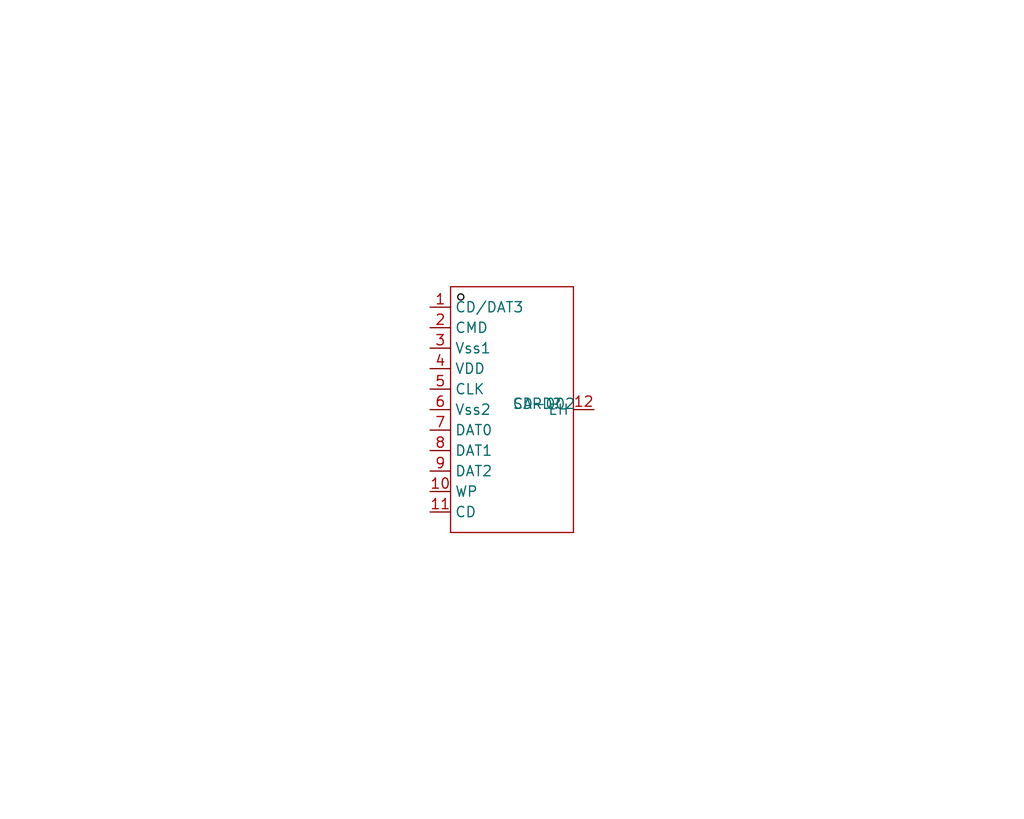
<source format=kicad_sch>
(kicad_sch (version 20250114) (generator "eeschema") (generator_version "9.0")
  (paper "User" 127 101.6)
  (lib_symbols
    (symbol "ScottoKeebs:root_0_SD-002_"
      (symbol "root_0_SD-002__1_0"
        (rectangle (start -7.62 15.24) (end 7.62 -15.24) (stroke (width 0) (color 160 0 0 1)))
        (circle (center -6.35 13.97) (radius 0.381) (stroke (width 0) (color 0 0 0 1)))
        (pin passive line (at -10.16 12.7 0) (length 2.54) (name "CD/DAT3") (number "1"))
        (pin passive line (at -10.16 10.16 0) (length 2.54) (name "CMD") (number "2"))
        (pin passive line (at -10.16 7.62 0) (length 2.54) (name "Vss1") (number "3"))
        (pin passive line (at -10.16 5.08 0) (length 2.54) (name "VDD") (number "4"))
        (pin passive line (at -10.16 2.54 0) (length 2.54) (name "CLK") (number "5"))
        (pin passive line (at -10.16 0 0) (length 2.54) (name "Vss2") (number "6"))
        (pin passive line (at -10.16 -2.54 0) (length 2.54) (name "DAT0") (number "7"))
        (pin passive line (at -10.16 -5.08 0) (length 2.54) (name "DAT1") (number "8"))
        (pin passive line (at -10.16 -7.62 0) (length 2.54) (name "DAT2") (number "9"))
        (pin passive line (at -10.16 -10.16 0) (length 2.54) (name "WP") (number "10"))
        (pin passive line (at -10.16 -12.7 0) (length 2.54) (name "CD") (number "11"))
        (pin passive line (at 10.16 0 180) (length 2.54) (name "EH") (number "12"))
      )
    )
  )
  (symbol (lib_id "ScottoKeebs:root_0_SD-002_") (at 63.5 50.8 0) (unit 1)
    (property "Reference" "CARD?" (at 63.5 50.8 0) (effects (justify left bottom)))
    (property "Value" "SD-002" (at 63.5 50.8 0) (effects (justify left bottom)))
    (property "Footprint" "SD-SMD_SD-002" (effects (hide yes)))
    (property "SYMBOL" "SD-002" (effects (hide yes)))
    (property "DEVICE" "SD-002" (effects (hide yes)))
    (property "LCSC PART NAME" "拔插式 标准SD卡 卡座" (effects (hide yes)))
    (property "SUPPLIER PART" "C116683" (effects (hide yes)))
    (property "MANUFACTURER" "SOFNG(硕方)" (effects (hide yes)))
    (property "MANUFACTURER PART" "SD-002" (effects (hide yes)))
    (property "SUPPLIER FOOTPRINT" "SMD" (effects (hide yes)))
    (property "JLCPCB PART CLASS" "Extended Part" (effects (hide yes)))
    (property "DATASHEET" "https://item.szlcsc.com/datasheet/SD-002/117937.html" (effects (hide yes)))
    (property "SUPPLIER" "LCSC" (effects (hide yes)))
    (property "ADD INTO BOM" "yes" (effects (hide yes)))
    (property "CONVERT TO PCB" "yes" (effects (hide yes)))
    (property "CARD CONNECTION MODE" "Push-Pull" (effects (hide yes)))
    (property "CARD TYPE" "Standard SD Card" (effects (hide yes)))
    (property "CONNECTOR TYPE" "Connector and Ejector" (effects (hide yes)))
    (property "ADDITIONAL CARD DETECTION PINS" "Yes" (effects (hide yes)))
    (property "HEIGHT ABOVE BOARD" "3.05mm" (effects (hide yes)))
    (property "OPERATING TEMPERATURE" "-" (effects (hide yes)))
  )
)
</source>
